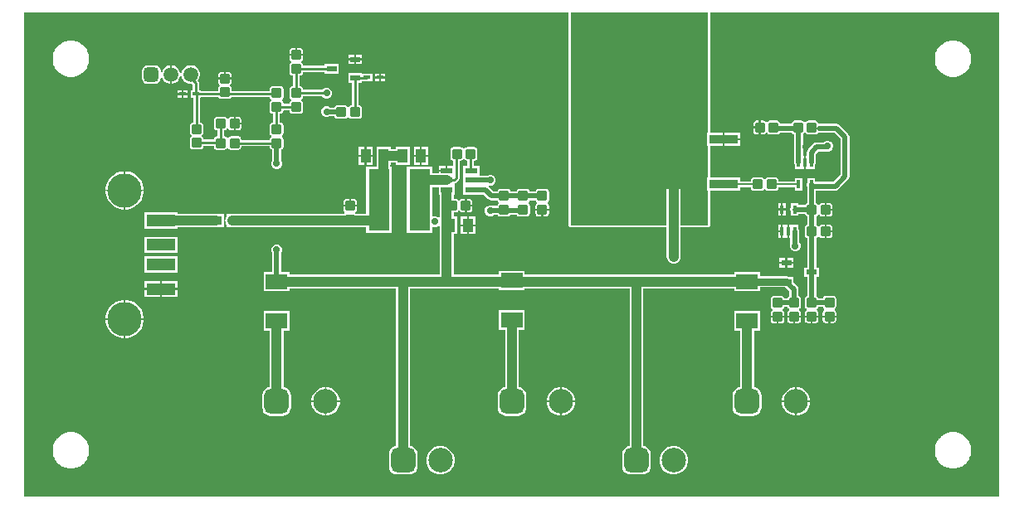
<source format=gtl>
G04*
G04 #@! TF.GenerationSoftware,Altium Limited,Altium Designer,23.4.1 (23)*
G04*
G04 Layer_Physical_Order=1*
G04 Layer_Color=255*
%FSLAX44Y44*%
%MOMM*%
G71*
G04*
G04 #@! TF.SameCoordinates,92A23485-6767-49A1-8100-D21B0EC4512A*
G04*
G04*
G04 #@! TF.FilePolarity,Positive*
G04*
G01*
G75*
%ADD10C,0.2500*%
%ADD12C,0.2000*%
G04:AMPARAMS|DCode=33|XSize=0.95mm|YSize=0.97mm|CornerRadius=0.095mm|HoleSize=0mm|Usage=FLASHONLY|Rotation=90.000|XOffset=0mm|YOffset=0mm|HoleType=Round|Shape=RoundedRectangle|*
%AMROUNDEDRECTD33*
21,1,0.9500,0.7800,0,0,90.0*
21,1,0.7600,0.9700,0,0,90.0*
1,1,0.1900,0.3900,0.3800*
1,1,0.1900,0.3900,-0.3800*
1,1,0.1900,-0.3900,-0.3800*
1,1,0.1900,-0.3900,0.3800*
%
%ADD33ROUNDEDRECTD33*%
G04:AMPARAMS|DCode=34|XSize=0.95mm|YSize=0.97mm|CornerRadius=0.095mm|HoleSize=0mm|Usage=FLASHONLY|Rotation=180.000|XOffset=0mm|YOffset=0mm|HoleType=Round|Shape=RoundedRectangle|*
%AMROUNDEDRECTD34*
21,1,0.9500,0.7800,0,0,180.0*
21,1,0.7600,0.9700,0,0,180.0*
1,1,0.1900,-0.3800,0.3900*
1,1,0.1900,0.3800,0.3900*
1,1,0.1900,0.3800,-0.3900*
1,1,0.1900,-0.3800,-0.3900*
%
%ADD34ROUNDEDRECTD34*%
%ADD35R,0.4000X0.9000*%
%ADD36R,1.1000X0.6000*%
%ADD37R,7.3000X5.5500*%
%ADD38R,2.9500X0.9500*%
%ADD39R,0.7000X0.9000*%
%ADD40R,1.0500X1.4000*%
%ADD41R,2.2000X1.6000*%
%ADD42R,1.2500X0.6000*%
%ADD43R,0.6500X0.3000*%
%ADD44R,1.0000X0.6000*%
%ADD45R,2.1500X6.3000*%
%ADD46R,3.0000X1.2500*%
%ADD47C,0.7500*%
%ADD48C,0.5000*%
%ADD49C,1.0000*%
G04:AMPARAMS|DCode=50|XSize=1.5mm|YSize=1.5mm|CornerRadius=0.375mm|HoleSize=0mm|Usage=FLASHONLY|Rotation=180.000|XOffset=0mm|YOffset=0mm|HoleType=Round|Shape=RoundedRectangle|*
%AMROUNDEDRECTD50*
21,1,1.5000,0.7500,0,0,180.0*
21,1,0.7500,1.5000,0,0,180.0*
1,1,0.7500,-0.3750,0.3750*
1,1,0.7500,0.3750,0.3750*
1,1,0.7500,0.3750,-0.3750*
1,1,0.7500,-0.3750,-0.3750*
%
%ADD50ROUNDEDRECTD50*%
%ADD51C,1.5000*%
G04:AMPARAMS|DCode=52|XSize=2.5mm|YSize=2.5mm|CornerRadius=0.625mm|HoleSize=0mm|Usage=FLASHONLY|Rotation=90.000|XOffset=0mm|YOffset=0mm|HoleType=Round|Shape=RoundedRectangle|*
%AMROUNDEDRECTD52*
21,1,2.5000,1.2500,0,0,90.0*
21,1,1.2500,2.5000,0,0,90.0*
1,1,1.2500,0.6250,0.6250*
1,1,1.2500,0.6250,-0.6250*
1,1,1.2500,-0.6250,-0.6250*
1,1,1.2500,-0.6250,0.6250*
%
%ADD52ROUNDEDRECTD52*%
%ADD53C,2.5000*%
%ADD54C,3.5000*%
%ADD55C,0.7000*%
G36*
X997515Y2612D02*
X2612D01*
Y497515D01*
X557961D01*
Y280000D01*
X558116Y279220D01*
X558558Y278558D01*
X559220Y278116D01*
X560000Y277961D01*
X657940D01*
Y266000D01*
Y257000D01*
Y248000D01*
X658180Y246173D01*
X658885Y244470D01*
X660007Y243008D01*
X661470Y241886D01*
X663173Y241180D01*
X665000Y240940D01*
X666827Y241180D01*
X668530Y241886D01*
X669992Y243008D01*
X671115Y244470D01*
X671820Y246173D01*
X672060Y248000D01*
Y257000D01*
Y266000D01*
Y277961D01*
X700000D01*
X700780Y278116D01*
X701442Y278558D01*
X701572Y278688D01*
X702014Y279349D01*
X702169Y280130D01*
Y315650D01*
X732750D01*
Y318941D01*
X744092D01*
Y318100D01*
X744321Y316949D01*
X744973Y315973D01*
X745949Y315321D01*
X747100Y315092D01*
X754700D01*
X755851Y315321D01*
X756827Y315973D01*
X757294Y316673D01*
X757732Y316771D01*
X758268D01*
X758706Y316673D01*
X759173Y315973D01*
X760149Y315321D01*
X761300Y315092D01*
X768900D01*
X770051Y315321D01*
X771027Y315973D01*
X771679Y316949D01*
X771908Y318100D01*
Y318941D01*
X788500D01*
Y315250D01*
X796500D01*
Y328250D01*
X788500D01*
Y325059D01*
X771908D01*
Y325900D01*
X771679Y327051D01*
X771027Y328027D01*
X770051Y328679D01*
X768900Y328908D01*
X761300D01*
X760149Y328679D01*
X759173Y328027D01*
X758706Y327327D01*
X758268Y327229D01*
X757732D01*
X757294Y327327D01*
X756827Y328027D01*
X755851Y328679D01*
X754700Y328908D01*
X747100D01*
X745949Y328679D01*
X744973Y328027D01*
X744321Y327051D01*
X744092Y325900D01*
Y325059D01*
X732750D01*
Y329150D01*
X702169D01*
Y361250D01*
X715000D01*
Y368000D01*
Y374750D01*
X702169D01*
Y497515D01*
X997515D01*
Y2612D01*
D02*
G37*
G36*
X700130Y374750D02*
X699250D01*
Y361250D01*
X700130D01*
Y329150D01*
X699250D01*
Y315650D01*
X700130D01*
Y280130D01*
X700000Y280000D01*
X672060D01*
Y333200D01*
X671820Y335027D01*
X671115Y336730D01*
X669992Y338192D01*
X657992Y350192D01*
X656530Y351315D01*
X654827Y352020D01*
X653000Y352260D01*
X651173Y352020D01*
X649470Y351315D01*
X648008Y350192D01*
X646886Y348730D01*
X646180Y347027D01*
X645940Y345200D01*
X646180Y343373D01*
X646886Y341670D01*
X648008Y340207D01*
X657940Y330275D01*
Y280000D01*
X560000D01*
Y497515D01*
X700130D01*
Y374750D01*
D02*
G37*
%LPC*%
G36*
X283900Y461008D02*
X281000D01*
Y455200D01*
X286908D01*
Y458000D01*
X286679Y459151D01*
X286027Y460127D01*
X285051Y460779D01*
X283900Y461008D01*
D02*
G37*
G36*
X279000D02*
X276100D01*
X274949Y460779D01*
X273973Y460127D01*
X273321Y459151D01*
X273092Y458000D01*
Y455200D01*
X279000D01*
Y461008D01*
D02*
G37*
G36*
X347000Y454500D02*
X341000D01*
Y450500D01*
X347000D01*
Y454500D01*
D02*
G37*
G36*
X339000D02*
X333000D01*
Y450500D01*
X339000D01*
Y454500D01*
D02*
G37*
G36*
X347000Y448500D02*
X341000D01*
Y444500D01*
X347000D01*
Y448500D01*
D02*
G37*
G36*
X339000D02*
X333000D01*
Y444500D01*
X339000D01*
Y448500D01*
D02*
G37*
G36*
X371000Y434500D02*
X366750D01*
Y432000D01*
X371000D01*
Y434500D01*
D02*
G37*
G36*
X364750D02*
X360500D01*
Y432000D01*
X364750D01*
Y434500D01*
D02*
G37*
G36*
X951639Y468613D02*
X948488D01*
X948241Y468563D01*
X947990D01*
X944899Y467949D01*
X944667Y467853D01*
X944421Y467804D01*
X941509Y466597D01*
X941301Y466458D01*
X941068Y466362D01*
X938448Y464611D01*
X938270Y464433D01*
X938062Y464294D01*
X935833Y462065D01*
X935694Y461856D01*
X935516Y461679D01*
X933765Y459058D01*
X933669Y458826D01*
X933530Y458618D01*
X932323Y455706D01*
X932274Y455460D01*
X932178Y455228D01*
X931563Y452137D01*
Y451886D01*
X931515Y451639D01*
Y448488D01*
X931563Y448241D01*
Y447990D01*
X932178Y444899D01*
X932274Y444667D01*
X932323Y444421D01*
X933530Y441509D01*
X933669Y441301D01*
X933765Y441068D01*
X935516Y438448D01*
X935694Y438270D01*
X935833Y438062D01*
X938062Y435833D01*
X938270Y435694D01*
X938448Y435516D01*
X941068Y433765D01*
X941301Y433669D01*
X941509Y433530D01*
X944421Y432323D01*
X944667Y432274D01*
X944899Y432178D01*
X947990Y431563D01*
X948241D01*
X948488Y431515D01*
X951639D01*
X951886Y431563D01*
X952137D01*
X955228Y432178D01*
X955460Y432274D01*
X955706Y432323D01*
X958618Y433530D01*
X958827Y433669D01*
X959058Y433765D01*
X961679Y435516D01*
X961857Y435694D01*
X962065Y435833D01*
X964294Y438062D01*
X964433Y438270D01*
X964611Y438448D01*
X966362Y441068D01*
X966458Y441301D01*
X966597Y441509D01*
X967803Y444421D01*
X967852Y444667D01*
X967949Y444899D01*
X968564Y447990D01*
Y448242D01*
X968612Y448488D01*
Y451639D01*
X968564Y451885D01*
Y452137D01*
X967949Y455228D01*
X967852Y455460D01*
X967803Y455706D01*
X966597Y458618D01*
X966458Y458826D01*
X966362Y459058D01*
X964611Y461679D01*
X964433Y461857D01*
X964294Y462065D01*
X962065Y464294D01*
X961857Y464433D01*
X961679Y464611D01*
X959058Y466362D01*
X958826Y466458D01*
X958618Y466597D01*
X955706Y467804D01*
X955460Y467853D01*
X955228Y467949D01*
X952137Y468563D01*
X951886D01*
X951639Y468613D01*
D02*
G37*
G36*
X51639D02*
X48488D01*
X48242Y468563D01*
X47990D01*
X44899Y467949D01*
X44667Y467853D01*
X44421Y467804D01*
X41509Y466597D01*
X41301Y466458D01*
X41069Y466362D01*
X38448Y464611D01*
X38270Y464433D01*
X38062Y464294D01*
X35833Y462065D01*
X35694Y461856D01*
X35516Y461679D01*
X33765Y459058D01*
X33669Y458826D01*
X33530Y458618D01*
X32323Y455706D01*
X32274Y455460D01*
X32178Y455228D01*
X31563Y452137D01*
Y451886D01*
X31514Y451639D01*
Y448488D01*
X31563Y448241D01*
Y447990D01*
X32178Y444899D01*
X32274Y444667D01*
X32323Y444421D01*
X33530Y441509D01*
X33669Y441301D01*
X33765Y441068D01*
X35516Y438448D01*
X35694Y438270D01*
X35833Y438062D01*
X38062Y435833D01*
X38270Y435694D01*
X38448Y435516D01*
X41069Y433765D01*
X41301Y433669D01*
X41509Y433530D01*
X44421Y432323D01*
X44667Y432274D01*
X44899Y432178D01*
X47990Y431563D01*
X48241D01*
X48488Y431515D01*
X51639D01*
X51886Y431563D01*
X52137D01*
X55228Y432178D01*
X55460Y432274D01*
X55706Y432323D01*
X58618Y433530D01*
X58826Y433669D01*
X59058Y433765D01*
X61679Y435516D01*
X61857Y435694D01*
X62065Y435833D01*
X64294Y438062D01*
X64433Y438270D01*
X64611Y438448D01*
X66362Y441068D01*
X66458Y441301D01*
X66597Y441509D01*
X67804Y444421D01*
X67853Y444667D01*
X67949Y444899D01*
X68563Y447990D01*
Y448242D01*
X68612Y448488D01*
Y451639D01*
X68563Y451885D01*
Y452137D01*
X67949Y455228D01*
X67853Y455460D01*
X67804Y455706D01*
X66597Y458618D01*
X66458Y458826D01*
X66362Y459058D01*
X64611Y461679D01*
X64433Y461857D01*
X64294Y462065D01*
X62065Y464294D01*
X61856Y464433D01*
X61679Y464611D01*
X59058Y466362D01*
X58826Y466458D01*
X58618Y466597D01*
X55706Y467804D01*
X55460Y467853D01*
X55228Y467949D01*
X52137Y468563D01*
X51885D01*
X51639Y468613D01*
D02*
G37*
G36*
X210900Y436808D02*
X208000D01*
Y431000D01*
X213908D01*
Y433800D01*
X213679Y434951D01*
X213027Y435927D01*
X212051Y436579D01*
X210900Y436808D01*
D02*
G37*
G36*
X206000D02*
X203100D01*
X201949Y436579D01*
X200973Y435927D01*
X200321Y434951D01*
X200092Y433800D01*
Y431000D01*
X206000D01*
Y436808D01*
D02*
G37*
G36*
X371000Y430000D02*
X366750D01*
Y427500D01*
X371000D01*
Y430000D01*
D02*
G37*
G36*
X364750D02*
X360500D01*
Y427500D01*
X364750D01*
Y430000D01*
D02*
G37*
G36*
X135900Y443613D02*
X128400D01*
X126157Y443166D01*
X124255Y441895D01*
X122984Y439994D01*
X122537Y437750D01*
Y430250D01*
X122984Y428007D01*
X124255Y426105D01*
X126157Y424834D01*
X128400Y424387D01*
X135900D01*
X138144Y424834D01*
X140045Y426105D01*
X141316Y428007D01*
X141763Y430250D01*
Y431154D01*
X143033Y431321D01*
X143297Y430333D01*
X144548Y428167D01*
X146317Y426398D01*
X148483Y425147D01*
X150899Y424500D01*
X151400D01*
Y434000D01*
Y443500D01*
X150899D01*
X148483Y442853D01*
X146317Y441602D01*
X144548Y439833D01*
X143297Y437667D01*
X143033Y436679D01*
X141763Y436846D01*
Y437750D01*
X141316Y439994D01*
X140045Y441895D01*
X138144Y443166D01*
X135900Y443613D01*
D02*
G37*
G36*
X169400Y417500D02*
X165150D01*
Y415000D01*
X169400D01*
Y417500D01*
D02*
G37*
G36*
X163150D02*
X158900D01*
Y415000D01*
X163150D01*
Y417500D01*
D02*
G37*
G36*
X169400Y413000D02*
X165150D01*
Y410500D01*
X169400D01*
Y413000D01*
D02*
G37*
G36*
X163150D02*
X158900D01*
Y410500D01*
X163150D01*
Y413000D01*
D02*
G37*
G36*
X286908Y453200D02*
X280000D01*
X273092D01*
Y450400D01*
X273321Y449249D01*
X273973Y448273D01*
X274673Y447806D01*
X274771Y447368D01*
Y446832D01*
X274673Y446394D01*
X273973Y445927D01*
X273321Y444951D01*
X273092Y443800D01*
Y436200D01*
X273321Y435049D01*
X273973Y434073D01*
X274949Y433421D01*
X276100Y433192D01*
X276686D01*
Y421908D01*
X276100D01*
X274949Y421679D01*
X273973Y421027D01*
X273321Y420051D01*
X273092Y418900D01*
Y411300D01*
X273321Y410149D01*
X273973Y409173D01*
X274673Y408706D01*
X274771Y408268D01*
Y407732D01*
X274673Y407294D01*
X273973Y406827D01*
X273321Y405851D01*
X273092Y404700D01*
Y404214D01*
X266908D01*
Y404700D01*
X266679Y405851D01*
X266027Y406827D01*
X265327Y407294D01*
X265229Y407732D01*
Y408268D01*
X265327Y408706D01*
X266027Y409173D01*
X266679Y410149D01*
X266908Y411300D01*
Y418900D01*
X266679Y420051D01*
X266027Y421027D01*
X265051Y421679D01*
X263900Y421908D01*
X256100D01*
X254949Y421679D01*
X253973Y421027D01*
X253321Y420051D01*
X253092Y418900D01*
Y417314D01*
X213908D01*
Y419600D01*
X213679Y420751D01*
X213027Y421727D01*
X212327Y422194D01*
X212229Y422632D01*
Y423168D01*
X212327Y423606D01*
X213027Y424073D01*
X213679Y425049D01*
X213908Y426200D01*
Y429000D01*
X207000D01*
X200092D01*
Y426200D01*
X200321Y425049D01*
X200973Y424073D01*
X201673Y423606D01*
X201771Y423168D01*
Y422632D01*
X201673Y422194D01*
X200973Y421727D01*
X200321Y420751D01*
X200092Y419600D01*
Y417314D01*
X182900D01*
Y417500D01*
X180964D01*
Y425117D01*
X180711Y426386D01*
X179993Y427461D01*
X179519Y427934D01*
X179752Y428167D01*
X181003Y430333D01*
X181650Y432749D01*
Y435251D01*
X181003Y437667D01*
X179752Y439833D01*
X177983Y441602D01*
X175817Y442853D01*
X173401Y443500D01*
X170899D01*
X168483Y442853D01*
X166317Y441602D01*
X164548Y439833D01*
X163297Y437667D01*
X162807Y435838D01*
X161493D01*
X161003Y437667D01*
X159752Y439833D01*
X157983Y441602D01*
X155817Y442853D01*
X153401Y443500D01*
X152900D01*
Y434000D01*
Y424500D01*
X153401D01*
X155817Y425147D01*
X157983Y426398D01*
X159752Y428167D01*
X161003Y430333D01*
X161493Y432162D01*
X162807D01*
X163297Y430333D01*
X164548Y428167D01*
X166317Y426398D01*
X168483Y425147D01*
X170899Y424500D01*
X173401D01*
X174336Y423668D01*
Y417500D01*
X172400D01*
Y410500D01*
X174915D01*
Y385140D01*
X174329D01*
X173178Y384911D01*
X172202Y384259D01*
X171550Y383283D01*
X171321Y382132D01*
Y374532D01*
X171550Y373381D01*
X172202Y372405D01*
X172902Y371937D01*
X173000Y371500D01*
Y370964D01*
X172902Y370526D01*
X172202Y370059D01*
X171550Y369083D01*
X171321Y367932D01*
Y360332D01*
X171550Y359181D01*
X172202Y358205D01*
X173178Y357553D01*
X174329Y357324D01*
X182129D01*
X183280Y357553D01*
X184255Y358205D01*
X184907Y359181D01*
X185136Y360332D01*
Y360802D01*
X196092D01*
Y360100D01*
X196321Y358949D01*
X196973Y357973D01*
X197949Y357321D01*
X199100Y357092D01*
X206700D01*
X207851Y357321D01*
X208827Y357973D01*
X209294Y358673D01*
X209732Y358771D01*
X210268D01*
X210706Y358673D01*
X211173Y357973D01*
X212149Y357321D01*
X213300Y357092D01*
X220900D01*
X222051Y357321D01*
X223027Y357973D01*
X223679Y358949D01*
X223908Y360100D01*
Y360686D01*
X253092D01*
Y360200D01*
X253321Y359049D01*
X253973Y358073D01*
X254949Y357421D01*
X255412Y357329D01*
Y346190D01*
X255337Y346115D01*
X254500Y344094D01*
Y341906D01*
X255337Y339884D01*
X256884Y338337D01*
X258906Y337500D01*
X261094D01*
X263116Y338337D01*
X264663Y339884D01*
X265500Y341906D01*
Y344094D01*
X264663Y346115D01*
X264588Y346190D01*
Y357329D01*
X265051Y357421D01*
X266027Y358073D01*
X266679Y359049D01*
X266908Y360200D01*
Y367800D01*
X266679Y368951D01*
X266027Y369927D01*
X265327Y370394D01*
X265229Y370832D01*
Y371368D01*
X265327Y371806D01*
X266027Y372273D01*
X266679Y373249D01*
X266908Y374400D01*
Y382000D01*
X266679Y383151D01*
X266027Y384127D01*
X265051Y384779D01*
X263900Y385008D01*
X263314D01*
Y394092D01*
X263900D01*
X265051Y394321D01*
X266027Y394973D01*
X266679Y395949D01*
X266908Y397100D01*
Y397586D01*
X273092D01*
Y397100D01*
X273321Y395949D01*
X273973Y394973D01*
X274949Y394321D01*
X276100Y394092D01*
X283900D01*
X285051Y394321D01*
X286027Y394973D01*
X286679Y395949D01*
X286908Y397100D01*
Y404700D01*
X286679Y405851D01*
X286027Y406827D01*
X285327Y407294D01*
X285229Y407732D01*
Y408268D01*
X285327Y408706D01*
X286027Y409173D01*
X286679Y410149D01*
X286908Y411300D01*
Y411686D01*
X306535D01*
X307885Y410337D01*
X309906Y409500D01*
X312094D01*
X314116Y410337D01*
X315663Y411884D01*
X316500Y413906D01*
Y416094D01*
X315663Y418116D01*
X314116Y419663D01*
X312094Y420500D01*
X309906D01*
X307885Y419663D01*
X306535Y418314D01*
X286908D01*
Y418900D01*
X286679Y420051D01*
X286027Y421027D01*
X285051Y421679D01*
X283900Y421908D01*
X283314D01*
Y433192D01*
X283900D01*
X285051Y433421D01*
X286027Y434073D01*
X286679Y435049D01*
X286908Y436200D01*
Y436686D01*
X309000D01*
Y435000D01*
X323000D01*
Y445000D01*
X309000D01*
Y443314D01*
X286908D01*
Y443800D01*
X286679Y444951D01*
X286027Y445927D01*
X285327Y446394D01*
X285229Y446832D01*
Y447368D01*
X285327Y447806D01*
X286027Y448273D01*
X286679Y449249D01*
X286908Y450400D01*
Y453200D01*
D02*
G37*
G36*
X347000Y435500D02*
X333000D01*
Y425500D01*
X336686D01*
Y402408D01*
X336200D01*
X335049Y402179D01*
X334073Y401527D01*
X333606Y400827D01*
X333168Y400729D01*
X332632D01*
X332194Y400827D01*
X331727Y401527D01*
X330751Y402179D01*
X329600Y402408D01*
X322000D01*
X320849Y402179D01*
X319873Y401527D01*
X319221Y400551D01*
X319179Y400338D01*
X314440D01*
X314116Y400663D01*
X312094Y401500D01*
X309906D01*
X307885Y400663D01*
X306337Y399115D01*
X305500Y397094D01*
Y394906D01*
X306337Y392884D01*
X307885Y391337D01*
X309906Y390500D01*
X312094D01*
X313692Y391162D01*
X319079D01*
X319221Y390449D01*
X319873Y389473D01*
X320849Y388821D01*
X322000Y388592D01*
X329600D01*
X330751Y388821D01*
X331727Y389473D01*
X332194Y390173D01*
X332632Y390271D01*
X333168D01*
X333606Y390173D01*
X334073Y389473D01*
X335049Y388821D01*
X336200Y388592D01*
X343800D01*
X344951Y388821D01*
X345927Y389473D01*
X346579Y390449D01*
X346808Y391600D01*
Y399400D01*
X346579Y400551D01*
X345927Y401527D01*
X344951Y402179D01*
X343800Y402408D01*
X343314D01*
Y425500D01*
X347000D01*
Y427436D01*
X352000D01*
X352320Y427500D01*
X357500D01*
Y434500D01*
X347000D01*
Y435500D01*
D02*
G37*
G36*
X809900Y386908D02*
X802300D01*
X801149Y386679D01*
X800173Y386027D01*
X799706Y385327D01*
X799268Y385229D01*
X798732D01*
X798294Y385327D01*
X797827Y386027D01*
X796851Y386679D01*
X795700Y386908D01*
X788100D01*
X786949Y386679D01*
X785973Y386027D01*
X785321Y385051D01*
X785092Y383900D01*
Y383588D01*
X773908D01*
Y383900D01*
X773679Y385051D01*
X773027Y386027D01*
X772051Y386679D01*
X770900Y386908D01*
X763300D01*
X762149Y386679D01*
X761173Y386027D01*
X760706Y385327D01*
X760268Y385229D01*
X759732D01*
X759294Y385327D01*
X758827Y386027D01*
X757851Y386679D01*
X756700Y386908D01*
X753900D01*
Y380000D01*
Y373092D01*
X756700D01*
X757851Y373321D01*
X758827Y373973D01*
X759294Y374673D01*
X759732Y374771D01*
X760268D01*
X760706Y374673D01*
X761173Y373973D01*
X762149Y373321D01*
X763300Y373092D01*
X770900D01*
X772051Y373321D01*
X773027Y373973D01*
X773320Y374412D01*
X785680D01*
X785973Y373973D01*
X786949Y373321D01*
X787912Y373130D01*
Y344250D01*
X788261Y342494D01*
X788500Y342137D01*
Y337750D01*
X798000D01*
Y344250D01*
Y350750D01*
X797088D01*
Y373480D01*
X797827Y373973D01*
X798294Y374673D01*
X798732Y374771D01*
X799268D01*
X799706Y374673D01*
X800173Y373973D01*
X801149Y373321D01*
X802300Y373092D01*
X809900D01*
X811051Y373321D01*
X812027Y373973D01*
X812423Y374566D01*
X813200Y374412D01*
X829100D01*
X835412Y368100D01*
Y331900D01*
X828100Y324588D01*
X809500D01*
Y328250D01*
X801500D01*
Y323863D01*
X801261Y323506D01*
X800912Y321750D01*
Y320500D01*
X801212Y318992D01*
Y302691D01*
X801149Y302679D01*
X800173Y302027D01*
X799521Y301051D01*
X799454Y300713D01*
X792500D01*
Y302750D01*
X784500D01*
Y298363D01*
X784261Y298006D01*
X783912Y296250D01*
X784261Y294494D01*
X784500Y294137D01*
Y289750D01*
X792500D01*
Y291537D01*
X799404D01*
X799521Y290949D01*
X800173Y289973D01*
X801149Y289321D01*
X801462Y289259D01*
Y280781D01*
X800949Y280679D01*
X799973Y280027D01*
X799321Y279051D01*
X799092Y277900D01*
Y270100D01*
X799321Y268949D01*
X799973Y267973D01*
X800949Y267321D01*
X801462Y267219D01*
Y237000D01*
X798500D01*
Y227000D01*
X801412D01*
Y207771D01*
X800949Y207679D01*
X799973Y207027D01*
X799321Y206051D01*
X799092Y204900D01*
Y197300D01*
X799321Y196149D01*
X799973Y195173D01*
X800673Y194706D01*
X800771Y194268D01*
Y193732D01*
X800673Y193294D01*
X799973Y192827D01*
X799321Y191851D01*
X799092Y190700D01*
Y187900D01*
X806000D01*
X812908D01*
Y190700D01*
X812679Y191851D01*
X812027Y192827D01*
X811327Y193294D01*
X811229Y193732D01*
Y194268D01*
X811327Y194706D01*
X812027Y195173D01*
X812679Y196149D01*
X812751Y196512D01*
X817249D01*
X817321Y196149D01*
X817973Y195173D01*
X818673Y194706D01*
X818771Y194268D01*
Y193732D01*
X818673Y193294D01*
X817973Y192827D01*
X817321Y191851D01*
X817092Y190700D01*
Y187900D01*
X824000D01*
X830908D01*
Y190700D01*
X830679Y191851D01*
X830027Y192827D01*
X829327Y193294D01*
X829229Y193732D01*
Y194268D01*
X829327Y194706D01*
X830027Y195173D01*
X830679Y196149D01*
X830908Y197300D01*
Y204900D01*
X830679Y206051D01*
X830027Y207027D01*
X829051Y207679D01*
X827900Y207908D01*
X820100D01*
X818949Y207679D01*
X817973Y207027D01*
X817321Y206051D01*
X817249Y205688D01*
X812751D01*
X812679Y206051D01*
X812027Y207027D01*
X811051Y207679D01*
X810588Y207771D01*
Y227000D01*
X813500D01*
Y237000D01*
X810638D01*
Y267279D01*
X810851Y267321D01*
X811827Y267973D01*
X812294Y268673D01*
X812732Y268771D01*
X813268D01*
X813706Y268673D01*
X814173Y267973D01*
X815149Y267321D01*
X816300Y267092D01*
X819100D01*
Y274000D01*
Y280908D01*
X816300D01*
X815149Y280679D01*
X814173Y280027D01*
X813706Y279327D01*
X813268Y279229D01*
X812732D01*
X812294Y279327D01*
X811827Y280027D01*
X810851Y280679D01*
X810638Y280721D01*
Y289239D01*
X811051Y289321D01*
X812027Y289973D01*
X812495Y290673D01*
X812932Y290771D01*
X813468D01*
X813906Y290673D01*
X814373Y289973D01*
X815349Y289321D01*
X816500Y289092D01*
X819300D01*
Y296000D01*
Y302908D01*
X816500D01*
X815349Y302679D01*
X814373Y302027D01*
X813906Y301327D01*
X813468Y301229D01*
X812932D01*
X812495Y301327D01*
X812027Y302027D01*
X811051Y302679D01*
X810388Y302811D01*
Y315412D01*
X830000D01*
X831756Y315761D01*
X833244Y316756D01*
X843244Y326756D01*
X844239Y328244D01*
X844588Y330000D01*
Y370000D01*
X844239Y371756D01*
X843244Y373244D01*
X834244Y382244D01*
X832756Y383239D01*
X831000Y383588D01*
X813200D01*
X812908Y383828D01*
Y383900D01*
X812679Y385051D01*
X812027Y386027D01*
X811051Y386679D01*
X809900Y386908D01*
D02*
G37*
G36*
X751900D02*
X749100D01*
X747949Y386679D01*
X746973Y386027D01*
X746321Y385051D01*
X746092Y383900D01*
Y381000D01*
X751900D01*
Y386908D01*
D02*
G37*
G36*
Y379000D02*
X746092D01*
Y376100D01*
X746321Y374949D01*
X746973Y373973D01*
X747949Y373321D01*
X749100Y373092D01*
X751900D01*
Y379000D01*
D02*
G37*
G36*
X732750Y374750D02*
X717000D01*
Y369000D01*
X732750D01*
Y374750D01*
D02*
G37*
G36*
Y367000D02*
X717000D01*
Y361250D01*
X732750D01*
Y367000D01*
D02*
G37*
G36*
X461900Y359908D02*
X454300D01*
X453149Y359679D01*
X452173Y359027D01*
X451706Y358327D01*
X451268Y358229D01*
X450732D01*
X450294Y358327D01*
X449827Y359027D01*
X448851Y359679D01*
X447700Y359908D01*
X440100D01*
X438949Y359679D01*
X437973Y359027D01*
X437321Y358051D01*
X437092Y356900D01*
Y349100D01*
X437321Y347949D01*
X437973Y346973D01*
X438949Y346321D01*
X439936Y346125D01*
Y340500D01*
X434500D01*
Y335500D01*
X433500D01*
Y334500D01*
X425250D01*
Y333060D01*
X418500D01*
Y339500D01*
X393000D01*
Y272500D01*
X418500D01*
Y278053D01*
X419556Y278758D01*
X420406Y278406D01*
X422594D01*
X424616Y279243D01*
X425170Y279797D01*
X426440Y279271D01*
Y229660D01*
X273000D01*
Y232600D01*
X264588D01*
Y251810D01*
X264663Y251884D01*
X265500Y253906D01*
Y256094D01*
X264663Y258116D01*
X263116Y259663D01*
X261094Y260500D01*
X258906D01*
X256884Y259663D01*
X255337Y258116D01*
X254500Y256094D01*
Y253906D01*
X255337Y251884D01*
X255412Y251810D01*
Y232600D01*
X247000D01*
Y212600D01*
X273000D01*
Y215540D01*
X381940D01*
Y54465D01*
X380596Y54288D01*
X378589Y53456D01*
X376866Y52134D01*
X375544Y50411D01*
X374712Y48404D01*
X374429Y46250D01*
Y33750D01*
X374712Y31596D01*
X375544Y29589D01*
X376866Y27866D01*
X378589Y26544D01*
X380596Y25712D01*
X382750Y25429D01*
X395250D01*
X397404Y25712D01*
X399411Y26544D01*
X401134Y27866D01*
X402456Y29589D01*
X403288Y31596D01*
X403571Y33750D01*
Y46250D01*
X403288Y48404D01*
X402456Y50411D01*
X401134Y52134D01*
X399411Y53456D01*
X397404Y54288D01*
X396060Y54465D01*
Y215540D01*
X487000D01*
Y213600D01*
X513000D01*
Y215540D01*
X619940D01*
Y54465D01*
X618596Y54288D01*
X616589Y53456D01*
X614866Y52134D01*
X613544Y50411D01*
X612712Y48404D01*
X612429Y46250D01*
Y33750D01*
X612712Y31596D01*
X613544Y29589D01*
X614866Y27866D01*
X616589Y26544D01*
X618596Y25712D01*
X620750Y25429D01*
X633250D01*
X635404Y25712D01*
X637411Y26544D01*
X639134Y27866D01*
X640456Y29589D01*
X641288Y31596D01*
X641571Y33750D01*
Y46250D01*
X641288Y48404D01*
X640456Y50411D01*
X639134Y52134D01*
X637411Y53456D01*
X635404Y54288D01*
X634060Y54465D01*
Y215540D01*
X727000D01*
Y212600D01*
X753000D01*
Y216737D01*
X778634D01*
X779338Y216673D01*
X783312Y212700D01*
Y207751D01*
X782949Y207679D01*
X781973Y207027D01*
X781321Y206051D01*
X781229Y205588D01*
X777751D01*
X777679Y205951D01*
X777027Y206927D01*
X776051Y207579D01*
X774900Y207808D01*
X767100D01*
X765949Y207579D01*
X764973Y206927D01*
X764321Y205951D01*
X764092Y204800D01*
Y197200D01*
X764321Y196049D01*
X764973Y195073D01*
X765673Y194606D01*
X765771Y194168D01*
Y193632D01*
X765673Y193194D01*
X764973Y192727D01*
X764321Y191751D01*
X764092Y190600D01*
Y187800D01*
X771000D01*
X777908D01*
Y190600D01*
X777679Y191751D01*
X777027Y192727D01*
X776327Y193194D01*
X776229Y193632D01*
Y194168D01*
X776327Y194606D01*
X777027Y195073D01*
X777679Y196049D01*
X777751Y196412D01*
X781269D01*
X781321Y196149D01*
X781973Y195173D01*
X782673Y194706D01*
X782771Y194268D01*
Y193732D01*
X782673Y193294D01*
X781973Y192827D01*
X781321Y191851D01*
X781092Y190700D01*
Y187900D01*
X788000D01*
X794908D01*
Y190700D01*
X794679Y191851D01*
X794027Y192827D01*
X793327Y193294D01*
X793229Y193732D01*
Y194268D01*
X793327Y194706D01*
X794027Y195173D01*
X794679Y196149D01*
X794908Y197300D01*
Y204900D01*
X794679Y206051D01*
X794027Y207027D01*
X793051Y207679D01*
X792488Y207791D01*
Y214600D01*
X792139Y216356D01*
X791144Y217844D01*
X787500Y221489D01*
Y227500D01*
X782961D01*
X782725Y227691D01*
X780531Y228339D01*
X779431Y228439D01*
X779164Y228410D01*
X778900Y228463D01*
X753000D01*
Y232600D01*
X727000D01*
Y229660D01*
X513000D01*
Y233600D01*
X487000D01*
Y229660D01*
X440560D01*
Y271000D01*
X444000D01*
Y289000D01*
X440560D01*
Y293092D01*
X442700D01*
X443851Y293321D01*
X444827Y293973D01*
X445294Y294673D01*
X445732Y294771D01*
X446268D01*
X446706Y294673D01*
X447173Y293973D01*
X448149Y293321D01*
X449300Y293092D01*
X452100D01*
Y300000D01*
Y306908D01*
X449300D01*
X448149Y306679D01*
X447173Y306027D01*
X446706Y305327D01*
X446268Y305229D01*
X445732D01*
X445294Y305327D01*
X444827Y306027D01*
X443851Y306679D01*
X442700Y306908D01*
X440560D01*
Y311500D01*
X441750D01*
Y322836D01*
X442268Y322939D01*
X443343Y323657D01*
X445593Y325907D01*
X446311Y326982D01*
X446564Y328250D01*
Y346092D01*
X447700D01*
X448851Y346321D01*
X449827Y346973D01*
X450294Y347673D01*
X450732Y347771D01*
X451268D01*
X451706Y347673D01*
X452173Y346973D01*
X453149Y346321D01*
X454300Y346092D01*
X454786D01*
Y340500D01*
X450250D01*
Y330500D01*
Y321000D01*
Y311500D01*
X458557D01*
X459000Y311412D01*
X471100D01*
X475656Y306856D01*
X477144Y305861D01*
X478900Y305512D01*
X485249D01*
X485321Y305149D01*
X485973Y304173D01*
X486673Y303706D01*
X486771Y303268D01*
Y302732D01*
X486673Y302294D01*
X485973Y301827D01*
X485321Y300851D01*
X485159Y300038D01*
X480209D01*
X479094Y300500D01*
X476906D01*
X474884Y299663D01*
X473337Y298116D01*
X472500Y296094D01*
Y293906D01*
X473337Y291884D01*
X474884Y290337D01*
X476906Y289500D01*
X479094D01*
X481115Y290337D01*
X481640Y290862D01*
X485379D01*
X485973Y289973D01*
X486949Y289321D01*
X488100Y289092D01*
X495900D01*
X497051Y289321D01*
X498027Y289973D01*
X498621Y290862D01*
X504879D01*
X505473Y289973D01*
X506449Y289321D01*
X507600Y289092D01*
X515400D01*
X516551Y289321D01*
X517527Y289973D01*
X518179Y290949D01*
X518408Y292100D01*
Y299700D01*
X518179Y300851D01*
X517527Y301827D01*
X516827Y302294D01*
X516729Y302732D01*
Y303268D01*
X516827Y303706D01*
X517527Y304173D01*
X518179Y305149D01*
X518251Y305512D01*
X524249D01*
X524321Y305149D01*
X524973Y304173D01*
X525673Y303706D01*
X525771Y303268D01*
Y302732D01*
X525673Y302294D01*
X524973Y301827D01*
X524321Y300851D01*
X524092Y299700D01*
Y296900D01*
X531000D01*
X537908D01*
Y299700D01*
X537679Y300851D01*
X537027Y301827D01*
X536327Y302294D01*
X536229Y302732D01*
Y303268D01*
X536327Y303706D01*
X537027Y304173D01*
X537679Y305149D01*
X537908Y306300D01*
Y313900D01*
X537679Y315051D01*
X537027Y316027D01*
X536051Y316679D01*
X534900Y316908D01*
X527100D01*
X525949Y316679D01*
X524973Y316027D01*
X524321Y315051D01*
X524249Y314688D01*
X518251D01*
X518179Y315051D01*
X517527Y316027D01*
X516551Y316679D01*
X515400Y316908D01*
X507600D01*
X506449Y316679D01*
X505473Y316027D01*
X504821Y315051D01*
X504749Y314688D01*
X498751D01*
X498679Y315051D01*
X498027Y316027D01*
X497051Y316679D01*
X495900Y316908D01*
X488100D01*
X486949Y316679D01*
X485973Y316027D01*
X485321Y315051D01*
X485249Y314688D01*
X480801D01*
X476244Y319244D01*
X475633Y319653D01*
X476235Y320778D01*
X476906Y320500D01*
X479094D01*
X481115Y321337D01*
X482663Y322884D01*
X483500Y324906D01*
Y327094D01*
X482663Y329115D01*
X481115Y330663D01*
X479094Y331500D01*
X476906D01*
X474884Y330663D01*
X474810Y330588D01*
X466750D01*
Y340500D01*
X461414D01*
Y346092D01*
X461900D01*
X463051Y346321D01*
X464027Y346973D01*
X464679Y347949D01*
X464908Y349100D01*
Y356900D01*
X464679Y358051D01*
X464027Y359027D01*
X463051Y359679D01*
X461900Y359908D01*
D02*
G37*
G36*
X396000Y360000D02*
X381500D01*
Y358060D01*
X376500D01*
Y360000D01*
X362000D01*
Y351209D01*
X361940Y350750D01*
Y339500D01*
X351500D01*
Y292060D01*
X340677D01*
X340327Y292294D01*
X340229Y292732D01*
Y293268D01*
X340327Y293706D01*
X341027Y294173D01*
X341679Y295149D01*
X341908Y296300D01*
Y299100D01*
X335000D01*
X328092D01*
Y296300D01*
X328321Y295149D01*
X328973Y294173D01*
X329067Y294111D01*
X329264Y292591D01*
X328780Y292060D01*
X214500D01*
X212673Y291820D01*
X211901Y291500D01*
X209000D01*
Y289331D01*
X208386Y288530D01*
X207680Y286827D01*
X207440Y285000D01*
X207680Y283173D01*
X208386Y281470D01*
X209000Y280669D01*
Y278500D01*
X211901D01*
X212673Y278180D01*
X214500Y277940D01*
X351500D01*
Y272500D01*
X377000D01*
Y339500D01*
X376060D01*
Y342000D01*
X376500D01*
Y343940D01*
X381500D01*
Y342000D01*
X396000D01*
Y360000D01*
D02*
G37*
G36*
X414500D02*
X408250D01*
Y352000D01*
X414500D01*
Y360000D01*
D02*
G37*
G36*
X358000D02*
X351750D01*
Y352000D01*
X358000D01*
Y360000D01*
D02*
G37*
G36*
X349750D02*
X343500D01*
Y352000D01*
X349750D01*
Y360000D01*
D02*
G37*
G36*
X406250D02*
X400000D01*
Y352000D01*
X406250D01*
Y360000D01*
D02*
G37*
G36*
X414500Y350000D02*
X408250D01*
Y342000D01*
X414500D01*
Y350000D01*
D02*
G37*
G36*
X406250D02*
X400000D01*
Y342000D01*
X406250D01*
Y350000D01*
D02*
G37*
G36*
X358000D02*
X351750D01*
Y342000D01*
X358000D01*
Y350000D01*
D02*
G37*
G36*
X349750D02*
X343500D01*
Y342000D01*
X349750D01*
Y350000D01*
D02*
G37*
G36*
X823094Y366500D02*
X820906D01*
X818885Y365663D01*
X817853Y364632D01*
X811043D01*
X809287Y364282D01*
X807799Y363288D01*
X802256Y357744D01*
X801261Y356256D01*
X800912Y354500D01*
Y350750D01*
X800000D01*
Y344250D01*
Y337750D01*
X809500D01*
Y342137D01*
X809739Y342494D01*
X810088Y344250D01*
Y352599D01*
X812944Y355455D01*
X821043D01*
X821269Y355500D01*
X823094D01*
X825116Y356337D01*
X826663Y357884D01*
X827500Y359906D01*
Y362094D01*
X826663Y364115D01*
X825116Y365663D01*
X823094Y366500D01*
D02*
G37*
G36*
X432500Y340500D02*
X425250D01*
Y336500D01*
X432500D01*
Y340500D01*
D02*
G37*
G36*
X106921Y335200D02*
X105750D01*
Y316450D01*
X124500D01*
Y317621D01*
X123751Y321388D01*
X122281Y324937D01*
X120147Y328130D01*
X117430Y330847D01*
X114237Y332981D01*
X110688Y334451D01*
X106921Y335200D01*
D02*
G37*
G36*
X104250D02*
X103079D01*
X99312Y334451D01*
X95763Y332981D01*
X92570Y330847D01*
X89853Y328130D01*
X87719Y324937D01*
X86249Y321388D01*
X85500Y317621D01*
Y316450D01*
X104250D01*
Y335200D01*
D02*
G37*
G36*
X338900Y306908D02*
X336000D01*
Y301100D01*
X341908D01*
Y303900D01*
X341679Y305051D01*
X341027Y306027D01*
X340051Y306679D01*
X338900Y306908D01*
D02*
G37*
G36*
X334000D02*
X331100D01*
X329949Y306679D01*
X328973Y306027D01*
X328321Y305051D01*
X328092Y303900D01*
Y301100D01*
X334000D01*
Y306908D01*
D02*
G37*
G36*
X456900D02*
X454100D01*
Y301000D01*
X459908D01*
Y303900D01*
X459679Y305051D01*
X459027Y306027D01*
X458051Y306679D01*
X456900Y306908D01*
D02*
G37*
G36*
X779500Y302750D02*
X776500D01*
Y297250D01*
X779500D01*
Y302750D01*
D02*
G37*
G36*
X774500D02*
X771500D01*
Y297250D01*
X774500D01*
Y302750D01*
D02*
G37*
G36*
X824100Y302908D02*
X821300D01*
Y297000D01*
X827108D01*
Y299900D01*
X826879Y301051D01*
X826227Y302027D01*
X825251Y302679D01*
X824100Y302908D01*
D02*
G37*
G36*
X124500Y314950D02*
X105750D01*
Y296200D01*
X106921D01*
X110688Y296949D01*
X114237Y298419D01*
X117430Y300553D01*
X120147Y303270D01*
X122281Y306463D01*
X123751Y310012D01*
X124500Y313779D01*
Y314950D01*
D02*
G37*
G36*
X104250D02*
X85500D01*
Y313779D01*
X86249Y310012D01*
X87719Y306463D01*
X89853Y303270D01*
X92570Y300553D01*
X95763Y298419D01*
X99312Y296949D01*
X103079Y296200D01*
X104250D01*
Y314950D01*
D02*
G37*
G36*
X459908Y299000D02*
X454100D01*
Y293092D01*
X456900D01*
X458051Y293321D01*
X459027Y293973D01*
X459679Y294949D01*
X459908Y296100D01*
Y299000D01*
D02*
G37*
G36*
X779500Y295250D02*
X776500D01*
Y289750D01*
X779500D01*
Y295250D01*
D02*
G37*
G36*
X774500D02*
X771500D01*
Y289750D01*
X774500D01*
Y295250D01*
D02*
G37*
G36*
X827108Y295000D02*
X821300D01*
Y289092D01*
X824100D01*
X825251Y289321D01*
X826227Y289973D01*
X826879Y290949D01*
X827108Y292100D01*
Y295000D01*
D02*
G37*
G36*
X537908Y294900D02*
X532000D01*
Y289092D01*
X534900D01*
X536051Y289321D01*
X537027Y289973D01*
X537679Y290949D01*
X537908Y292100D01*
Y294900D01*
D02*
G37*
G36*
X530000D02*
X524092D01*
Y292100D01*
X524321Y290949D01*
X524973Y289973D01*
X525949Y289321D01*
X527100Y289092D01*
X530000D01*
Y294900D01*
D02*
G37*
G36*
X462500Y289000D02*
X456250D01*
Y281000D01*
X462500D01*
Y289000D01*
D02*
G37*
G36*
X454250D02*
X448000D01*
Y281000D01*
X454250D01*
Y289000D01*
D02*
G37*
G36*
X158800Y293250D02*
X124800D01*
Y276750D01*
X158800D01*
Y277940D01*
X198000D01*
X199827Y278180D01*
X200599Y278500D01*
X206000D01*
Y291500D01*
X200599D01*
X199827Y291820D01*
X198000Y292060D01*
X158800D01*
Y293250D01*
D02*
G37*
G36*
X823900Y280908D02*
X821100D01*
Y275000D01*
X826908D01*
Y277900D01*
X826679Y279051D01*
X826027Y280027D01*
X825051Y280679D01*
X823900Y280908D01*
D02*
G37*
G36*
X774500Y280250D02*
X771500D01*
Y274750D01*
X774500D01*
Y280250D01*
D02*
G37*
G36*
X462500Y279000D02*
X456250D01*
Y271000D01*
X462500D01*
Y279000D01*
D02*
G37*
G36*
X454250D02*
X448000D01*
Y271000D01*
X454250D01*
Y279000D01*
D02*
G37*
G36*
X781000Y280250D02*
X776500D01*
Y273750D01*
Y267250D01*
X781000D01*
Y273750D01*
Y280250D01*
D02*
G37*
G36*
X774500Y272750D02*
X771500D01*
Y267250D01*
X774500D01*
Y272750D01*
D02*
G37*
G36*
X826908Y273000D02*
X821100D01*
Y267092D01*
X823900D01*
X825051Y267321D01*
X826027Y267973D01*
X826679Y268949D01*
X826908Y270100D01*
Y273000D01*
D02*
G37*
G36*
X792500Y280250D02*
X783000D01*
Y273750D01*
Y267250D01*
X784162D01*
Y261692D01*
X783500Y260094D01*
Y257906D01*
X784337Y255884D01*
X785884Y254337D01*
X787906Y253500D01*
X790094D01*
X792115Y254337D01*
X793663Y255884D01*
X794500Y257906D01*
Y260094D01*
X793663Y262115D01*
X793338Y262440D01*
Y273500D01*
X792989Y275256D01*
X792500Y275987D01*
Y280250D01*
D02*
G37*
G36*
X158800Y268250D02*
X124800D01*
Y251750D01*
X158800D01*
Y268250D01*
D02*
G37*
G36*
X787500Y246500D02*
X781000D01*
Y242500D01*
X787500D01*
Y246500D01*
D02*
G37*
G36*
X779000D02*
X772500D01*
Y242500D01*
X779000D01*
Y246500D01*
D02*
G37*
G36*
X787500Y240500D02*
X781000D01*
Y236500D01*
X787500D01*
Y240500D01*
D02*
G37*
G36*
X779000D02*
X772500D01*
Y236500D01*
X779000D01*
Y240500D01*
D02*
G37*
G36*
X158800Y248250D02*
X124800D01*
Y231750D01*
X158800D01*
Y248250D01*
D02*
G37*
G36*
Y223250D02*
X142800D01*
Y216000D01*
X158800D01*
Y223250D01*
D02*
G37*
G36*
X140800D02*
X124800D01*
Y216000D01*
X140800D01*
Y223250D01*
D02*
G37*
G36*
X158800Y214000D02*
X142800D01*
Y206750D01*
X158800D01*
Y214000D01*
D02*
G37*
G36*
X140800D02*
X124800D01*
Y206750D01*
X140800D01*
Y214000D01*
D02*
G37*
G36*
X106921Y203800D02*
X105750D01*
Y185050D01*
X124500D01*
Y186221D01*
X123751Y189988D01*
X122281Y193537D01*
X120147Y196730D01*
X117430Y199447D01*
X114237Y201581D01*
X110688Y203051D01*
X106921Y203800D01*
D02*
G37*
G36*
X104250D02*
X103079D01*
X99312Y203051D01*
X95763Y201581D01*
X92570Y199447D01*
X89853Y196730D01*
X87719Y193537D01*
X86249Y189988D01*
X85500Y186221D01*
Y185050D01*
X104250D01*
Y203800D01*
D02*
G37*
G36*
X812908Y185900D02*
X807000D01*
Y180092D01*
X809900D01*
X811051Y180321D01*
X812027Y180973D01*
X812679Y181949D01*
X812908Y183100D01*
Y185900D01*
D02*
G37*
G36*
X805000D02*
X799092D01*
Y183100D01*
X799321Y181949D01*
X799973Y180973D01*
X800949Y180321D01*
X802100Y180092D01*
X805000D01*
Y185900D01*
D02*
G37*
G36*
X830908Y185900D02*
X825000D01*
Y180092D01*
X827900D01*
X829051Y180321D01*
X830027Y180973D01*
X830679Y181949D01*
X830908Y183100D01*
Y185900D01*
D02*
G37*
G36*
X823000D02*
X817092D01*
Y183100D01*
X817321Y181949D01*
X817973Y180973D01*
X818949Y180321D01*
X820100Y180092D01*
X823000D01*
Y185900D01*
D02*
G37*
G36*
X794908Y185900D02*
X789000D01*
Y180092D01*
X791900D01*
X793051Y180321D01*
X794027Y180973D01*
X794679Y181949D01*
X794908Y183100D01*
Y185900D01*
D02*
G37*
G36*
X787000D02*
X781092D01*
Y183100D01*
X781321Y181949D01*
X781973Y180973D01*
X782949Y180321D01*
X784100Y180092D01*
X787000D01*
Y185900D01*
D02*
G37*
G36*
X777908Y185800D02*
X772000D01*
Y179992D01*
X774900D01*
X776051Y180221D01*
X777027Y180873D01*
X777679Y181849D01*
X777908Y183000D01*
Y185800D01*
D02*
G37*
G36*
X770000D02*
X764092D01*
Y183000D01*
X764321Y181849D01*
X764973Y180873D01*
X765949Y180221D01*
X767100Y179992D01*
X770000D01*
Y185800D01*
D02*
G37*
G36*
X124500Y183550D02*
X105750D01*
Y164800D01*
X106921D01*
X110688Y165549D01*
X114237Y167019D01*
X117430Y169153D01*
X120147Y171870D01*
X122281Y175063D01*
X123751Y178612D01*
X124500Y182379D01*
Y183550D01*
D02*
G37*
G36*
X104250D02*
X85500D01*
Y182379D01*
X86249Y178612D01*
X87719Y175063D01*
X89853Y171870D01*
X92570Y169153D01*
X95763Y167019D01*
X99312Y165549D01*
X103079Y164800D01*
X104250D01*
Y183550D01*
D02*
G37*
G36*
X791909Y114501D02*
X790750D01*
Y100751D01*
X804500D01*
Y101910D01*
X803512Y105598D01*
X801603Y108904D01*
X798903Y111604D01*
X795597Y113513D01*
X791909Y114501D01*
D02*
G37*
G36*
X789250D02*
X788091D01*
X784403Y113513D01*
X781097Y111604D01*
X778397Y108904D01*
X776488Y105598D01*
X775500Y101910D01*
Y100751D01*
X789250D01*
Y114501D01*
D02*
G37*
G36*
X551909D02*
X550750D01*
Y100751D01*
X564500D01*
Y101910D01*
X563512Y105598D01*
X561603Y108904D01*
X558903Y111604D01*
X555597Y113513D01*
X551909Y114501D01*
D02*
G37*
G36*
X549250D02*
X548091D01*
X544403Y113513D01*
X541097Y111604D01*
X538397Y108904D01*
X536488Y105598D01*
X535500Y101910D01*
Y100751D01*
X549250D01*
Y114501D01*
D02*
G37*
G36*
X311909Y114500D02*
X310750D01*
Y100750D01*
X324500D01*
Y101909D01*
X323512Y105597D01*
X321603Y108903D01*
X318903Y111603D01*
X315597Y113512D01*
X311909Y114500D01*
D02*
G37*
G36*
X309250D02*
X308091D01*
X304403Y113512D01*
X301097Y111603D01*
X298397Y108903D01*
X296488Y105597D01*
X295500Y101909D01*
Y100750D01*
X309250D01*
Y114500D01*
D02*
G37*
G36*
X804500Y99251D02*
X790750D01*
Y85501D01*
X791909D01*
X795597Y86489D01*
X798903Y88398D01*
X801603Y91098D01*
X803512Y94404D01*
X804500Y98092D01*
Y99251D01*
D02*
G37*
G36*
X789250D02*
X775500D01*
Y98092D01*
X776488Y94404D01*
X778397Y91098D01*
X781097Y88398D01*
X784403Y86489D01*
X788091Y85501D01*
X789250D01*
Y99251D01*
D02*
G37*
G36*
X564500Y99251D02*
X550750D01*
Y85501D01*
X551909D01*
X555597Y86489D01*
X558903Y88398D01*
X561603Y91098D01*
X563512Y94404D01*
X564500Y98092D01*
Y99251D01*
D02*
G37*
G36*
X549250D02*
X535500D01*
Y98092D01*
X536488Y94404D01*
X538397Y91098D01*
X541097Y88398D01*
X544403Y86489D01*
X548091Y85501D01*
X549250D01*
Y99251D01*
D02*
G37*
G36*
X324500Y99250D02*
X310750D01*
Y85500D01*
X311909D01*
X315597Y86488D01*
X318903Y88397D01*
X321603Y91097D01*
X323512Y94403D01*
X324500Y98091D01*
Y99250D01*
D02*
G37*
G36*
X309250D02*
X295500D01*
Y98091D01*
X296488Y94403D01*
X298397Y91097D01*
X301097Y88397D01*
X304403Y86488D01*
X308091Y85500D01*
X309250D01*
Y99250D01*
D02*
G37*
G36*
X753000Y192400D02*
X727000D01*
Y172400D01*
X732940D01*
Y114466D01*
X731596Y114289D01*
X729589Y113457D01*
X727866Y112135D01*
X726544Y110412D01*
X725712Y108405D01*
X725429Y106251D01*
Y93751D01*
X725712Y91597D01*
X726544Y89590D01*
X727866Y87867D01*
X729589Y86545D01*
X731596Y85713D01*
X733750Y85430D01*
X746250D01*
X748404Y85713D01*
X750411Y86545D01*
X752134Y87867D01*
X753456Y89590D01*
X754288Y91597D01*
X754571Y93751D01*
Y106251D01*
X754288Y108405D01*
X753456Y110412D01*
X752134Y112135D01*
X750411Y113457D01*
X748404Y114289D01*
X747060Y114466D01*
Y172400D01*
X753000D01*
Y192400D01*
D02*
G37*
G36*
X513000Y193400D02*
X487000D01*
Y173400D01*
X492940D01*
Y114466D01*
X491596Y114289D01*
X489589Y113457D01*
X487866Y112135D01*
X486544Y110412D01*
X485712Y108405D01*
X485429Y106251D01*
Y93751D01*
X485712Y91597D01*
X486544Y89590D01*
X487866Y87867D01*
X489589Y86545D01*
X491596Y85713D01*
X493750Y85430D01*
X506250D01*
X508404Y85713D01*
X510411Y86545D01*
X512134Y87867D01*
X513456Y89590D01*
X514288Y91597D01*
X514571Y93751D01*
Y106251D01*
X514288Y108405D01*
X513456Y110412D01*
X512134Y112135D01*
X510411Y113457D01*
X508404Y114289D01*
X507060Y114466D01*
Y173400D01*
X513000D01*
Y193400D01*
D02*
G37*
G36*
X273000Y192400D02*
X247000D01*
Y172400D01*
X252940D01*
Y114465D01*
X251596Y114288D01*
X249589Y113456D01*
X247866Y112134D01*
X246544Y110411D01*
X245712Y108404D01*
X245429Y106250D01*
Y93750D01*
X245712Y91596D01*
X246544Y89589D01*
X247866Y87866D01*
X249589Y86544D01*
X251596Y85712D01*
X253750Y85429D01*
X266250D01*
X268404Y85712D01*
X270411Y86544D01*
X272134Y87866D01*
X273456Y89589D01*
X274288Y91596D01*
X274571Y93750D01*
Y106250D01*
X274288Y108404D01*
X273456Y110411D01*
X272134Y112134D01*
X270411Y113456D01*
X268404Y114288D01*
X267060Y114465D01*
Y172400D01*
X273000D01*
Y192400D01*
D02*
G37*
G36*
X951639Y68612D02*
X948488D01*
X948241Y68563D01*
X947990D01*
X944899Y67949D01*
X944667Y67853D01*
X944421Y67804D01*
X941509Y66597D01*
X941301Y66458D01*
X941068Y66362D01*
X938448Y64611D01*
X938270Y64433D01*
X938062Y64294D01*
X935833Y62065D01*
X935694Y61856D01*
X935516Y61679D01*
X933765Y59058D01*
X933669Y58826D01*
X933530Y58618D01*
X932323Y55706D01*
X932274Y55460D01*
X932178Y55228D01*
X931563Y52137D01*
Y51886D01*
X931515Y51639D01*
Y48488D01*
X931563Y48241D01*
Y47990D01*
X932178Y44899D01*
X932274Y44667D01*
X932323Y44421D01*
X933530Y41509D01*
X933669Y41301D01*
X933765Y41069D01*
X935516Y38448D01*
X935694Y38270D01*
X935833Y38062D01*
X938062Y35833D01*
X938270Y35694D01*
X938448Y35516D01*
X941068Y33765D01*
X941301Y33669D01*
X941509Y33530D01*
X944421Y32323D01*
X944667Y32274D01*
X944899Y32178D01*
X947990Y31563D01*
X948241D01*
X948488Y31514D01*
X951639D01*
X951886Y31563D01*
X952137D01*
X955228Y32178D01*
X955460Y32274D01*
X955706Y32323D01*
X958618Y33530D01*
X958827Y33669D01*
X959058Y33765D01*
X961679Y35516D01*
X961857Y35694D01*
X962065Y35833D01*
X964294Y38062D01*
X964433Y38270D01*
X964611Y38448D01*
X966362Y41069D01*
X966458Y41301D01*
X966597Y41509D01*
X967803Y44421D01*
X967852Y44667D01*
X967949Y44899D01*
X968564Y47990D01*
Y48242D01*
X968612Y48488D01*
Y51639D01*
X968564Y51885D01*
Y52137D01*
X967949Y55228D01*
X967852Y55460D01*
X967803Y55706D01*
X966597Y58618D01*
X966458Y58826D01*
X966362Y59058D01*
X964611Y61679D01*
X964433Y61857D01*
X964294Y62065D01*
X962065Y64294D01*
X961857Y64433D01*
X961679Y64611D01*
X959058Y66362D01*
X958826Y66458D01*
X958618Y66597D01*
X955706Y67804D01*
X955460Y67853D01*
X955228Y67949D01*
X952137Y68563D01*
X951886D01*
X951639Y68612D01*
D02*
G37*
G36*
X51639D02*
X48488D01*
X48242Y68563D01*
X47990D01*
X44899Y67949D01*
X44667Y67853D01*
X44421Y67804D01*
X41509Y66597D01*
X41301Y66458D01*
X41069Y66362D01*
X38448Y64611D01*
X38270Y64433D01*
X38062Y64294D01*
X35833Y62065D01*
X35694Y61856D01*
X35516Y61679D01*
X33765Y59058D01*
X33669Y58826D01*
X33530Y58618D01*
X32323Y55706D01*
X32274Y55460D01*
X32178Y55228D01*
X31563Y52137D01*
Y51886D01*
X31514Y51639D01*
Y48488D01*
X31563Y48241D01*
Y47990D01*
X32178Y44899D01*
X32274Y44667D01*
X32323Y44421D01*
X33530Y41509D01*
X33669Y41301D01*
X33765Y41069D01*
X35516Y38448D01*
X35694Y38270D01*
X35833Y38062D01*
X38062Y35833D01*
X38270Y35694D01*
X38448Y35516D01*
X41069Y33765D01*
X41301Y33669D01*
X41509Y33530D01*
X44421Y32323D01*
X44667Y32274D01*
X44899Y32178D01*
X47990Y31563D01*
X48241D01*
X48488Y31514D01*
X51639D01*
X51886Y31563D01*
X52137D01*
X55228Y32178D01*
X55460Y32274D01*
X55706Y32323D01*
X58618Y33530D01*
X58826Y33669D01*
X59058Y33765D01*
X61679Y35516D01*
X61857Y35694D01*
X62065Y35833D01*
X64294Y38062D01*
X64433Y38270D01*
X64611Y38448D01*
X66362Y41069D01*
X66458Y41301D01*
X66597Y41509D01*
X67804Y44421D01*
X67853Y44667D01*
X67949Y44899D01*
X68563Y47990D01*
Y48242D01*
X68612Y48488D01*
Y51639D01*
X68563Y51885D01*
Y52137D01*
X67949Y55228D01*
X67853Y55460D01*
X67804Y55706D01*
X66597Y58618D01*
X66458Y58826D01*
X66362Y59058D01*
X64611Y61679D01*
X64433Y61857D01*
X64294Y62065D01*
X62065Y64294D01*
X61856Y64433D01*
X61679Y64611D01*
X59058Y66362D01*
X58826Y66458D01*
X58618Y66597D01*
X55706Y67804D01*
X55460Y67853D01*
X55228Y67949D01*
X52137Y68563D01*
X51885D01*
X51639Y68612D01*
D02*
G37*
G36*
X667009Y54500D02*
X663191D01*
X659503Y53512D01*
X656197Y51603D01*
X653497Y48903D01*
X651588Y45597D01*
X650600Y41909D01*
Y38091D01*
X651588Y34403D01*
X653497Y31097D01*
X656197Y28397D01*
X659503Y26488D01*
X663191Y25500D01*
X667009D01*
X670697Y26488D01*
X674003Y28397D01*
X676703Y31097D01*
X678612Y34403D01*
X679600Y38091D01*
Y41909D01*
X678612Y45597D01*
X676703Y48903D01*
X674003Y51603D01*
X670697Y53512D01*
X667009Y54500D01*
D02*
G37*
G36*
X429009D02*
X425191D01*
X421503Y53512D01*
X418197Y51603D01*
X415497Y48903D01*
X413588Y45597D01*
X412600Y41909D01*
Y38091D01*
X413588Y34403D01*
X415497Y31097D01*
X418197Y28397D01*
X421503Y26488D01*
X425191Y25500D01*
X429009D01*
X432697Y26488D01*
X436003Y28397D01*
X438703Y31097D01*
X440612Y34403D01*
X441600Y38091D01*
Y41909D01*
X440612Y45597D01*
X438703Y48903D01*
X436003Y51603D01*
X432697Y53512D01*
X429009Y54500D01*
D02*
G37*
%LPD*%
G36*
X253321Y410149D02*
X253973Y409173D01*
X254673Y408706D01*
X254771Y408268D01*
Y407732D01*
X254673Y407294D01*
X253973Y406827D01*
X253321Y405851D01*
X253092Y404700D01*
Y397100D01*
X253321Y395949D01*
X253973Y394973D01*
X254949Y394321D01*
X256100Y394092D01*
X256686D01*
Y385008D01*
X256100D01*
X254949Y384779D01*
X253973Y384127D01*
X253321Y383151D01*
X253092Y382000D01*
Y374400D01*
X253321Y373249D01*
X253973Y372273D01*
X254673Y371806D01*
X254771Y371368D01*
Y370832D01*
X254673Y370394D01*
X253973Y369927D01*
X253321Y368951D01*
X253092Y367800D01*
Y367314D01*
X223908D01*
Y367900D01*
X223679Y369051D01*
X223027Y370027D01*
X222051Y370679D01*
X220900Y370908D01*
X213300D01*
X212149Y370679D01*
X211173Y370027D01*
X210706Y369327D01*
X210268Y369229D01*
X209732D01*
X209294Y369327D01*
X208827Y370027D01*
X207851Y370679D01*
X206700Y370908D01*
X206214D01*
Y377092D01*
X206700D01*
X207851Y377321D01*
X208827Y377973D01*
X209294Y378673D01*
X209732Y378771D01*
X210268D01*
X210706Y378673D01*
X211173Y377973D01*
X212149Y377321D01*
X213300Y377092D01*
X216100D01*
Y384000D01*
Y390908D01*
X213300D01*
X212149Y390679D01*
X211173Y390027D01*
X210706Y389327D01*
X210268Y389229D01*
X209732D01*
X209294Y389327D01*
X208827Y390027D01*
X207851Y390679D01*
X206700Y390908D01*
X199100D01*
X197949Y390679D01*
X196973Y390027D01*
X196321Y389051D01*
X196092Y387900D01*
Y380100D01*
X196321Y378949D01*
X196973Y377973D01*
X197949Y377321D01*
X199100Y377092D01*
X199586D01*
Y370908D01*
X199100D01*
X197949Y370679D01*
X196973Y370027D01*
X196321Y369051D01*
X196092Y367900D01*
Y367430D01*
X185136D01*
Y367932D01*
X184907Y369083D01*
X184255Y370059D01*
X183556Y370526D01*
X183457Y370964D01*
Y371500D01*
X183556Y371937D01*
X184255Y372405D01*
X184907Y373381D01*
X185136Y374532D01*
Y382132D01*
X184907Y383283D01*
X184255Y384259D01*
X183280Y384911D01*
X182129Y385140D01*
X181542D01*
Y410500D01*
X182900D01*
Y410686D01*
X200430D01*
X200973Y409873D01*
X201949Y409221D01*
X203100Y408992D01*
X210900D01*
X212051Y409221D01*
X213027Y409873D01*
X213570Y410686D01*
X253214D01*
X253321Y410149D01*
D02*
G37*
%LPC*%
G36*
X220900Y390908D02*
X218100D01*
Y385000D01*
X223908D01*
Y387900D01*
X223679Y389051D01*
X223027Y390027D01*
X222051Y390679D01*
X220900Y390908D01*
D02*
G37*
G36*
X223908Y383000D02*
X218100D01*
Y377092D01*
X220900D01*
X222051Y377321D01*
X223027Y377973D01*
X223679Y378949D01*
X223908Y380100D01*
Y383000D01*
D02*
G37*
%LPD*%
G36*
X425250Y311500D02*
X426440D01*
Y288541D01*
X425170Y288015D01*
X424616Y288569D01*
X422594Y289406D01*
X420406D01*
X419556Y289054D01*
X418500Y289760D01*
Y318940D01*
X425250D01*
Y311500D01*
D02*
G37*
D10*
X177979Y414000D02*
X258900D01*
X177650D02*
Y425117D01*
X172150Y430617D02*
X177650Y425117D01*
X172150Y430617D02*
Y434000D01*
X340250Y430750D02*
X352000D01*
X340000Y430500D02*
X340250Y430750D01*
X352000D02*
X352250Y431000D01*
X458100Y335900D02*
Y353000D01*
Y335900D02*
X458500Y335500D01*
X443250Y328250D02*
Y352350D01*
X443900Y353000D01*
X433500Y326000D02*
X441000D01*
X443250Y328250D01*
X280000Y415100D02*
X280100Y415000D01*
X311000D01*
X217100Y364000D02*
X260000D01*
X178229Y378332D02*
Y413750D01*
X177979Y414000D02*
X178229Y413750D01*
X177650Y414000D02*
X177979D01*
X178229Y364132D02*
X178245Y364116D01*
X202784D01*
X202900Y364000D01*
Y384000D01*
X258900Y414000D02*
X260000Y415100D01*
X207000Y415800D02*
X207500Y416300D01*
X177650Y433650D02*
X178000Y434000D01*
X260000Y378200D02*
Y400900D01*
X280000D01*
Y415100D02*
Y440000D01*
X280000Y440000D02*
X316000D01*
X340000Y395500D02*
Y430500D01*
D12*
X792250Y322000D02*
X792500Y321750D01*
X765100Y322000D02*
X792250D01*
X716000Y322400D02*
X716400Y322000D01*
X750900D01*
D33*
X771000Y201000D02*
D03*
Y186800D02*
D03*
X824000Y201100D02*
D03*
Y186900D02*
D03*
X806000Y201100D02*
D03*
Y186900D02*
D03*
X788000Y201100D02*
D03*
Y186900D02*
D03*
X531000Y310100D02*
D03*
Y295900D02*
D03*
X335000Y300100D02*
D03*
Y285900D02*
D03*
X207000Y430000D02*
D03*
Y415800D02*
D03*
X280000Y440000D02*
D03*
Y454200D02*
D03*
X260000Y364000D02*
D03*
Y378200D02*
D03*
X178229Y378332D02*
D03*
Y364132D02*
D03*
X280000Y400900D02*
D03*
Y415100D02*
D03*
X260000Y400900D02*
D03*
Y415100D02*
D03*
X511500Y295900D02*
D03*
Y310100D02*
D03*
X492000Y295900D02*
D03*
Y310100D02*
D03*
D34*
X805900Y274000D02*
D03*
X820100D02*
D03*
X752900Y380000D02*
D03*
X767100D02*
D03*
X791900D02*
D03*
X806100D02*
D03*
X806100Y296000D02*
D03*
X820300D02*
D03*
X750900Y322000D02*
D03*
X765100D02*
D03*
X340000Y395500D02*
D03*
X325800D02*
D03*
X217100Y364000D02*
D03*
X202900D02*
D03*
Y384000D02*
D03*
X217100D02*
D03*
X458100Y353000D02*
D03*
X443900D02*
D03*
X453100Y300000D02*
D03*
X438900D02*
D03*
D35*
X805500Y321750D02*
D03*
X792500D02*
D03*
Y344250D02*
D03*
X799000D02*
D03*
X805500D02*
D03*
X775500Y296250D02*
D03*
X788500D02*
D03*
Y273750D02*
D03*
X782000D02*
D03*
X775500D02*
D03*
D36*
X806000Y232000D02*
D03*
X780000Y222500D02*
D03*
Y241500D02*
D03*
D37*
X653000Y345200D02*
D03*
D38*
X716000Y368000D02*
D03*
Y322400D02*
D03*
D39*
X214500Y285000D02*
D03*
X200500D02*
D03*
D40*
X350750Y351000D02*
D03*
X369250D02*
D03*
X388750D02*
D03*
X407250D02*
D03*
X455250Y280000D02*
D03*
X436750D02*
D03*
D41*
X740000Y182400D02*
D03*
Y222600D02*
D03*
X260000D02*
D03*
Y182400D02*
D03*
X500000Y183400D02*
D03*
Y223600D02*
D03*
D42*
X458500Y335500D02*
D03*
Y326000D02*
D03*
Y316500D02*
D03*
X433500D02*
D03*
Y326000D02*
D03*
Y335500D02*
D03*
D43*
X164150Y414000D02*
D03*
X177650D02*
D03*
X365750Y431000D02*
D03*
X352250D02*
D03*
D44*
X340000Y430500D02*
D03*
Y449500D02*
D03*
X316000Y440000D02*
D03*
D45*
X364250Y306000D02*
D03*
X405750D02*
D03*
D46*
X141800Y285000D02*
D03*
Y260000D02*
D03*
Y240000D02*
D03*
Y215000D02*
D03*
D47*
X740000Y222600D02*
X778900D01*
X780000Y222500D01*
D48*
X780750Y221750D02*
X787900Y214600D01*
X780750Y221750D02*
Y222000D01*
X780000Y222500D02*
X780750Y222000D01*
X787900Y201000D02*
Y214600D01*
X771000Y201000D02*
X787900D01*
X806050Y295950D02*
X806100Y296000D01*
X806050Y232050D02*
Y295950D01*
X805975Y296125D02*
X806100Y296000D01*
X806000Y201100D02*
X824000D01*
X824000Y201100D01*
X362000Y284250D02*
X362344Y283906D01*
X791900Y380000D02*
X792500Y379400D01*
Y344250D02*
Y379400D01*
X805800Y320200D02*
X806000Y320000D01*
X805500Y320500D02*
X805800Y320200D01*
Y296300D02*
Y320200D01*
X805500Y320500D02*
Y321750D01*
X806000Y320000D02*
X830000D01*
X840000Y330000D02*
Y370000D01*
X830000Y320000D02*
X840000Y330000D01*
X831000Y379000D02*
X840000Y370000D01*
X813200Y379000D02*
X831000D01*
X805500Y344250D02*
Y354500D01*
X821043Y360043D02*
X822000Y361000D01*
X811043Y360043D02*
X821043D01*
X805500Y354500D02*
X811043Y360043D01*
X788750Y259250D02*
Y273500D01*
Y259250D02*
X789000Y259000D01*
X772100Y379000D02*
X790000D01*
X805800Y296300D02*
X805975Y296125D01*
X806000Y232000D02*
X806050Y232050D01*
X806000Y201100D02*
Y232000D01*
X788500Y296250D02*
X788625Y296125D01*
X805975D01*
X458500Y326000D02*
X478000D01*
X325550Y395750D02*
X325800Y395500D01*
X311250Y395750D02*
X325550D01*
X311000Y396000D02*
X311250Y395750D01*
X260000Y343000D02*
Y364000D01*
Y222600D02*
Y255000D01*
X478450Y295450D02*
X511050D01*
X511500Y295900D01*
X478000Y295000D02*
X478450Y295450D01*
X458500Y316500D02*
X459000Y316000D01*
X473000D01*
X478900Y310100D02*
X492000D01*
X473000Y316000D02*
X478900Y310100D01*
X511500D02*
X531000D01*
X492000D02*
X511500D01*
X141800Y285000D02*
X141800Y285000D01*
D49*
X433500Y222600D02*
Y314000D01*
Y222600D02*
X627000D01*
X214500Y285000D02*
X362000D01*
X364250Y306000D02*
X369000Y310750D01*
Y350750D02*
X369250Y351000D01*
X372250D02*
X388750D01*
X369000Y310750D02*
Y350750D01*
X372000D02*
X372250Y351000D01*
X406000Y326000D02*
X433500D01*
X665000Y266000D02*
Y333200D01*
Y257000D02*
Y266000D01*
Y248000D02*
Y257000D01*
X653000Y345200D02*
X665000Y333200D01*
X627000Y222600D02*
X740000D01*
X627000Y40000D02*
Y222600D01*
X389000D02*
X433500D01*
X260000D02*
X389000D01*
Y40000D02*
Y222600D01*
X500000Y101001D02*
Y183300D01*
X260000Y100001D02*
Y182300D01*
X740000Y100001D02*
Y182400D01*
X141800Y285000D02*
X198000D01*
D50*
X132150Y434000D02*
D03*
D51*
X152150D02*
D03*
X172150D02*
D03*
D52*
X389000Y40000D02*
D03*
X500000Y100001D02*
D03*
X627000Y40000D02*
D03*
X740000Y100001D02*
D03*
X260000Y100000D02*
D03*
D53*
X427100Y40000D02*
D03*
X550000Y100001D02*
D03*
X665100Y40000D02*
D03*
X790000Y100001D02*
D03*
X310000Y100000D02*
D03*
D54*
X105000Y184300D02*
D03*
Y315700D02*
D03*
D55*
X152000Y414000D02*
D03*
X196000Y429900D02*
D03*
X217000D02*
D03*
X207000Y440900D02*
D03*
X752900Y392800D02*
D03*
X836800Y186900D02*
D03*
X824000Y174100D02*
D03*
X806000Y174100D02*
D03*
X788000Y174100D02*
D03*
X771000Y174000D02*
D03*
X465000Y300000D02*
D03*
X350900Y449500D02*
D03*
X339900Y460500D02*
D03*
X280000Y465100D02*
D03*
X290000Y454100D02*
D03*
X269000D02*
D03*
X455000Y266000D02*
D03*
X544000Y296000D02*
D03*
X531000Y284000D02*
D03*
X766300Y241500D02*
D03*
X780000Y233000D02*
D03*
X780000Y250000D02*
D03*
X833800Y274000D02*
D03*
X819800Y263000D02*
D03*
X820000Y285000D02*
D03*
X375000Y431000D02*
D03*
X325000Y284000D02*
D03*
X324000Y300000D02*
D03*
X419000Y351000D02*
D03*
X407000Y364000D02*
D03*
X345000Y300000D02*
D03*
X335000Y311000D02*
D03*
X339000Y351000D02*
D03*
X351000Y364000D02*
D03*
X421500Y283906D02*
D03*
X142500Y227500D02*
D03*
X142000Y203000D02*
D03*
X121000Y215000D02*
D03*
X163000D02*
D03*
X251000Y299000D02*
D03*
X271000D02*
D03*
X665000Y266000D02*
D03*
Y257000D02*
D03*
Y248000D02*
D03*
X820000Y307000D02*
D03*
X834000Y296000D02*
D03*
X812500Y333000D02*
D03*
X781000Y334000D02*
D03*
X800000Y360000D02*
D03*
X738000Y368000D02*
D03*
X716000Y356000D02*
D03*
Y380000D02*
D03*
X822000Y361000D02*
D03*
X789000Y259000D02*
D03*
X478000Y326000D02*
D03*
X311000Y415000D02*
D03*
Y396000D02*
D03*
X228000Y384000D02*
D03*
X260000Y343000D02*
D03*
Y255000D02*
D03*
X478000Y295000D02*
D03*
M02*

</source>
